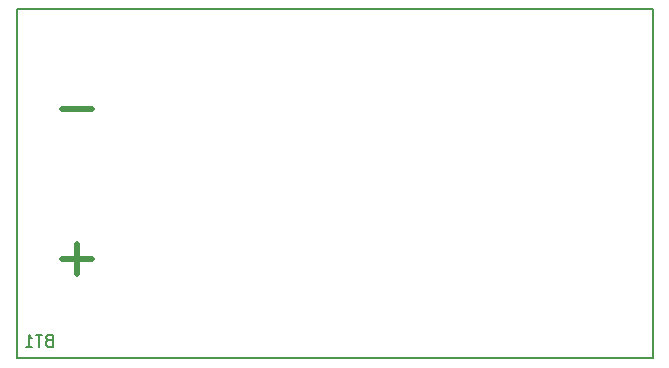
<source format=gbr>
G04 #@! TF.GenerationSoftware,KiCad,Pcbnew,(2017-05-02 revision e4d2924ee)-makepkg*
G04 #@! TF.CreationDate,2017-08-14T20:38:34-05:00*
G04 #@! TF.ProjectId,NoiseGen,4E6F69736547656E2E6B696361645F70,rev?*
G04 #@! TF.FileFunction,Legend,Bot*
G04 #@! TF.FilePolarity,Positive*
%FSLAX46Y46*%
G04 Gerber Fmt 4.6, Leading zero omitted, Abs format (unit mm)*
G04 Created by KiCad (PCBNEW (2017-05-02 revision e4d2924ee)-makepkg) date 08/14/17 20:38:34*
%MOMM*%
%LPD*%
G01*
G04 APERTURE LIST*
%ADD10C,0.100000*%
%ADD11C,0.150000*%
%ADD12C,0.508000*%
G04 APERTURE END LIST*
D10*
D11*
X86360000Y-86817200D02*
X140208000Y-86817200D01*
X140208000Y-116382800D02*
X140208000Y-86817200D01*
X86360000Y-115112800D02*
X86360000Y-115112800D01*
X86360000Y-116382800D02*
X86360000Y-86817200D01*
X87630000Y-116382800D02*
X87630000Y-116382800D01*
X86360000Y-116382800D02*
X140208000Y-116382800D01*
D12*
X91440000Y-109220000D02*
X91440000Y-106680000D01*
D11*
X91440000Y-106680000D02*
X91440000Y-106680000D01*
D12*
X90170000Y-107950000D02*
X92710000Y-107950000D01*
D11*
X92710000Y-107950000D02*
X92710000Y-107950000D01*
X92710000Y-95250000D02*
X92710000Y-95250000D01*
D12*
X90170000Y-95250000D02*
X92710000Y-95250000D01*
D11*
X89050714Y-114863571D02*
X88907857Y-114911190D01*
X88860238Y-114958809D01*
X88812619Y-115054047D01*
X88812619Y-115196904D01*
X88860238Y-115292142D01*
X88907857Y-115339761D01*
X89003095Y-115387380D01*
X89384047Y-115387380D01*
X89384047Y-114387380D01*
X89050714Y-114387380D01*
X88955476Y-114435000D01*
X88907857Y-114482619D01*
X88860238Y-114577857D01*
X88860238Y-114673095D01*
X88907857Y-114768333D01*
X88955476Y-114815952D01*
X89050714Y-114863571D01*
X89384047Y-114863571D01*
X88526904Y-114387380D02*
X87955476Y-114387380D01*
X88241190Y-115387380D02*
X88241190Y-114387380D01*
X87098333Y-115387380D02*
X87669761Y-115387380D01*
X87384047Y-115387380D02*
X87384047Y-114387380D01*
X87479285Y-114530238D01*
X87574523Y-114625476D01*
X87669761Y-114673095D01*
M02*

</source>
